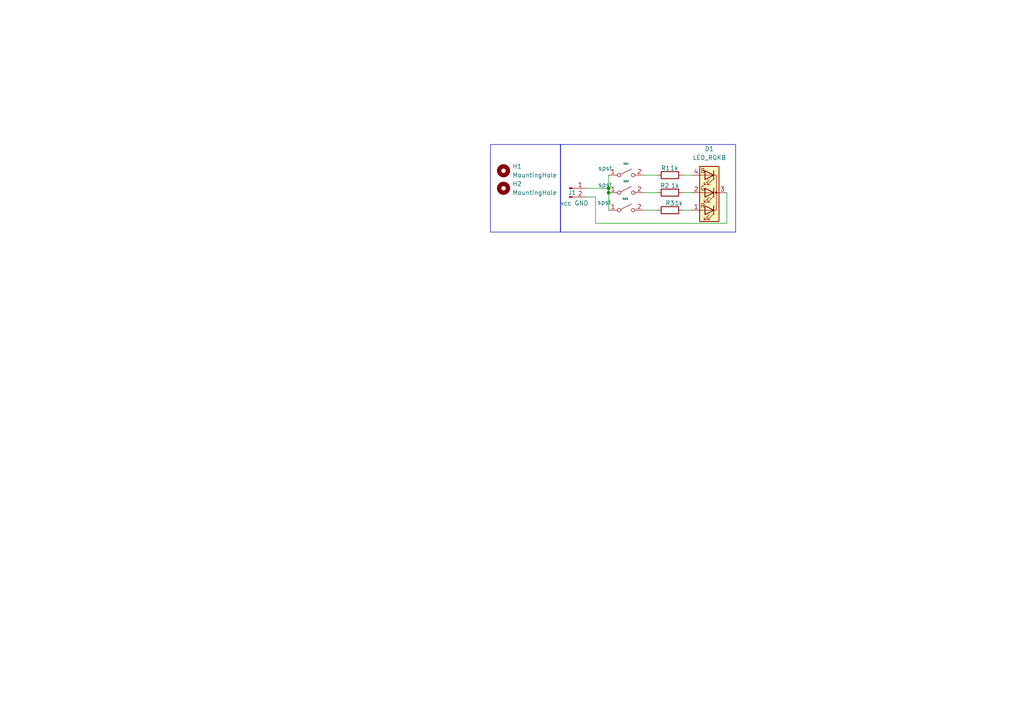
<source format=kicad_sch>
(kicad_sch
	(version 20231120)
	(generator "eeschema")
	(generator_version "8.0")
	(uuid "283c9fe6-948f-41dc-a5cc-b6fc45c92a19")
	(paper "A4")
	(lib_symbols
		(symbol "Connector:Conn_01x02_Pin"
			(pin_names
				(offset 1.016) hide)
			(exclude_from_sim no)
			(in_bom yes)
			(on_board yes)
			(property "Reference" "J"
				(at 0 2.54 0)
				(effects
					(font
						(size 1.27 1.27)
					)
				)
			)
			(property "Value" "Conn_01x02_Pin"
				(at 0 -5.08 0)
				(effects
					(font
						(size 1.27 1.27)
					)
				)
			)
			(property "Footprint" ""
				(at 0 0 0)
				(effects
					(font
						(size 1.27 1.27)
					)
					(hide yes)
				)
			)
			(property "Datasheet" "~"
				(at 0 0 0)
				(effects
					(font
						(size 1.27 1.27)
					)
					(hide yes)
				)
			)
			(property "Description" "Generic connector, single row, 01x02, script generated"
				(at 0 0 0)
				(effects
					(font
						(size 1.27 1.27)
					)
					(hide yes)
				)
			)
			(property "ki_locked" ""
				(at 0 0 0)
				(effects
					(font
						(size 1.27 1.27)
					)
				)
			)
			(property "ki_keywords" "connector"
				(at 0 0 0)
				(effects
					(font
						(size 1.27 1.27)
					)
					(hide yes)
				)
			)
			(property "ki_fp_filters" "Connector*:*_1x??_*"
				(at 0 0 0)
				(effects
					(font
						(size 1.27 1.27)
					)
					(hide yes)
				)
			)
			(symbol "Conn_01x02_Pin_1_1"
				(polyline
					(pts
						(xy 1.27 -2.54) (xy 0.8636 -2.54)
					)
					(stroke
						(width 0.1524)
						(type default)
					)
					(fill
						(type none)
					)
				)
				(polyline
					(pts
						(xy 1.27 0) (xy 0.8636 0)
					)
					(stroke
						(width 0.1524)
						(type default)
					)
					(fill
						(type none)
					)
				)
				(rectangle
					(start 0.8636 -2.413)
					(end 0 -2.667)
					(stroke
						(width 0.1524)
						(type default)
					)
					(fill
						(type outline)
					)
				)
				(rectangle
					(start 0.8636 0.127)
					(end 0 -0.127)
					(stroke
						(width 0.1524)
						(type default)
					)
					(fill
						(type outline)
					)
				)
				(pin passive line
					(at 5.08 0 180)
					(length 3.81)
					(name "Pin_1"
						(effects
							(font
								(size 1.27 1.27)
							)
						)
					)
					(number "1"
						(effects
							(font
								(size 1.27 1.27)
							)
						)
					)
				)
				(pin passive line
					(at 5.08 -2.54 180)
					(length 3.81)
					(name "Pin_2"
						(effects
							(font
								(size 1.27 1.27)
							)
						)
					)
					(number "2"
						(effects
							(font
								(size 1.27 1.27)
							)
						)
					)
				)
			)
		)
		(symbol "Device:LED_RGKB"
			(pin_names
				(offset 0) hide)
			(exclude_from_sim no)
			(in_bom yes)
			(on_board yes)
			(property "Reference" "D"
				(at 0 9.398 0)
				(effects
					(font
						(size 1.27 1.27)
					)
				)
			)
			(property "Value" "LED_RGKB"
				(at 0 -8.89 0)
				(effects
					(font
						(size 1.27 1.27)
					)
				)
			)
			(property "Footprint" ""
				(at 0 -1.27 0)
				(effects
					(font
						(size 1.27 1.27)
					)
					(hide yes)
				)
			)
			(property "Datasheet" "~"
				(at 0 -1.27 0)
				(effects
					(font
						(size 1.27 1.27)
					)
					(hide yes)
				)
			)
			(property "Description" "RGB LED, red/green/cathode/blue"
				(at 0 0 0)
				(effects
					(font
						(size 1.27 1.27)
					)
					(hide yes)
				)
			)
			(property "ki_keywords" "LED RGB diode"
				(at 0 0 0)
				(effects
					(font
						(size 1.27 1.27)
					)
					(hide yes)
				)
			)
			(property "ki_fp_filters" "LED* LED_SMD:* LED_THT:*"
				(at 0 0 0)
				(effects
					(font
						(size 1.27 1.27)
					)
					(hide yes)
				)
			)
			(symbol "LED_RGKB_0_0"
				(text "B"
					(at 1.905 -6.35 0)
					(effects
						(font
							(size 1.27 1.27)
						)
					)
				)
				(text "G"
					(at 1.905 -1.27 0)
					(effects
						(font
							(size 1.27 1.27)
						)
					)
				)
				(text "R"
					(at 1.905 3.81 0)
					(effects
						(font
							(size 1.27 1.27)
						)
					)
				)
			)
			(symbol "LED_RGKB_0_1"
				(circle
					(center -2.032 0)
					(radius 0.254)
					(stroke
						(width 0)
						(type default)
					)
					(fill
						(type outline)
					)
				)
				(polyline
					(pts
						(xy -1.27 -5.08) (xy 1.27 -5.08)
					)
					(stroke
						(width 0)
						(type default)
					)
					(fill
						(type none)
					)
				)
				(polyline
					(pts
						(xy -1.27 -3.81) (xy -1.27 -6.35)
					)
					(stroke
						(width 0.254)
						(type default)
					)
					(fill
						(type none)
					)
				)
				(polyline
					(pts
						(xy -1.27 0) (xy -2.54 0)
					)
					(stroke
						(width 0)
						(type default)
					)
					(fill
						(type none)
					)
				)
				(polyline
					(pts
						(xy -1.27 1.27) (xy -1.27 -1.27)
					)
					(stroke
						(width 0.254)
						(type default)
					)
					(fill
						(type none)
					)
				)
				(polyline
					(pts
						(xy -1.27 5.08) (xy 1.27 5.08)
					)
					(stroke
						(width 0)
						(type default)
					)
					(fill
						(type none)
					)
				)
				(polyline
					(pts
						(xy -1.27 6.35) (xy -1.27 3.81)
					)
					(stroke
						(width 0.254)
						(type default)
					)
					(fill
						(type none)
					)
				)
				(polyline
					(pts
						(xy 1.27 -5.08) (xy 2.54 -5.08)
					)
					(stroke
						(width 0)
						(type default)
					)
					(fill
						(type none)
					)
				)
				(polyline
					(pts
						(xy 1.27 0) (xy -1.27 0)
					)
					(stroke
						(width 0)
						(type default)
					)
					(fill
						(type none)
					)
				)
				(polyline
					(pts
						(xy 1.27 0) (xy 2.54 0)
					)
					(stroke
						(width 0)
						(type default)
					)
					(fill
						(type none)
					)
				)
				(polyline
					(pts
						(xy 1.27 5.08) (xy 2.54 5.08)
					)
					(stroke
						(width 0)
						(type default)
					)
					(fill
						(type none)
					)
				)
				(polyline
					(pts
						(xy -1.27 1.27) (xy -1.27 -1.27) (xy -1.27 -1.27)
					)
					(stroke
						(width 0)
						(type default)
					)
					(fill
						(type none)
					)
				)
				(polyline
					(pts
						(xy -1.27 6.35) (xy -1.27 3.81) (xy -1.27 3.81)
					)
					(stroke
						(width 0)
						(type default)
					)
					(fill
						(type none)
					)
				)
				(polyline
					(pts
						(xy -1.27 5.08) (xy -2.032 5.08) (xy -2.032 -5.08) (xy -1.016 -5.08)
					)
					(stroke
						(width 0)
						(type default)
					)
					(fill
						(type none)
					)
				)
				(polyline
					(pts
						(xy 1.27 -3.81) (xy 1.27 -6.35) (xy -1.27 -5.08) (xy 1.27 -3.81)
					)
					(stroke
						(width 0.254)
						(type default)
					)
					(fill
						(type none)
					)
				)
				(polyline
					(pts
						(xy 1.27 1.27) (xy 1.27 -1.27) (xy -1.27 0) (xy 1.27 1.27)
					)
					(stroke
						(width 0.254)
						(type default)
					)
					(fill
						(type none)
					)
				)
				(polyline
					(pts
						(xy 1.27 6.35) (xy 1.27 3.81) (xy -1.27 5.08) (xy 1.27 6.35)
					)
					(stroke
						(width 0.254)
						(type default)
					)
					(fill
						(type none)
					)
				)
				(polyline
					(pts
						(xy -1.016 -3.81) (xy 0.508 -2.286) (xy -0.254 -2.286) (xy 0.508 -2.286) (xy 0.508 -3.048)
					)
					(stroke
						(width 0)
						(type default)
					)
					(fill
						(type none)
					)
				)
				(polyline
					(pts
						(xy -1.016 1.27) (xy 0.508 2.794) (xy -0.254 2.794) (xy 0.508 2.794) (xy 0.508 2.032)
					)
					(stroke
						(width 0)
						(type default)
					)
					(fill
						(type none)
					)
				)
				(polyline
					(pts
						(xy -1.016 6.35) (xy 0.508 7.874) (xy -0.254 7.874) (xy 0.508 7.874) (xy 0.508 7.112)
					)
					(stroke
						(width 0)
						(type default)
					)
					(fill
						(type none)
					)
				)
				(polyline
					(pts
						(xy 0 -3.81) (xy 1.524 -2.286) (xy 0.762 -2.286) (xy 1.524 -2.286) (xy 1.524 -3.048)
					)
					(stroke
						(width 0)
						(type default)
					)
					(fill
						(type none)
					)
				)
				(polyline
					(pts
						(xy 0 1.27) (xy 1.524 2.794) (xy 0.762 2.794) (xy 1.524 2.794) (xy 1.524 2.032)
					)
					(stroke
						(width 0)
						(type default)
					)
					(fill
						(type none)
					)
				)
				(polyline
					(pts
						(xy 0 6.35) (xy 1.524 7.874) (xy 0.762 7.874) (xy 1.524 7.874) (xy 1.524 7.112)
					)
					(stroke
						(width 0)
						(type default)
					)
					(fill
						(type none)
					)
				)
				(rectangle
					(start 1.27 -1.27)
					(end 1.27 1.27)
					(stroke
						(width 0)
						(type default)
					)
					(fill
						(type none)
					)
				)
				(rectangle
					(start 1.27 1.27)
					(end 1.27 1.27)
					(stroke
						(width 0)
						(type default)
					)
					(fill
						(type none)
					)
				)
				(rectangle
					(start 1.27 3.81)
					(end 1.27 6.35)
					(stroke
						(width 0)
						(type default)
					)
					(fill
						(type none)
					)
				)
				(rectangle
					(start 1.27 6.35)
					(end 1.27 6.35)
					(stroke
						(width 0)
						(type default)
					)
					(fill
						(type none)
					)
				)
				(rectangle
					(start 2.794 8.382)
					(end -2.794 -7.62)
					(stroke
						(width 0.254)
						(type default)
					)
					(fill
						(type background)
					)
				)
			)
			(symbol "LED_RGKB_1_1"
				(pin passive line
					(at 5.08 5.08 180)
					(length 2.54)
					(name "RA"
						(effects
							(font
								(size 1.27 1.27)
							)
						)
					)
					(number "1"
						(effects
							(font
								(size 1.27 1.27)
							)
						)
					)
				)
				(pin passive line
					(at 5.08 0 180)
					(length 2.54)
					(name "GA"
						(effects
							(font
								(size 1.27 1.27)
							)
						)
					)
					(number "2"
						(effects
							(font
								(size 1.27 1.27)
							)
						)
					)
				)
				(pin passive line
					(at -5.08 0 0)
					(length 2.54)
					(name "K"
						(effects
							(font
								(size 1.27 1.27)
							)
						)
					)
					(number "3"
						(effects
							(font
								(size 1.27 1.27)
							)
						)
					)
				)
				(pin passive line
					(at 5.08 -5.08 180)
					(length 2.54)
					(name "BA"
						(effects
							(font
								(size 1.27 1.27)
							)
						)
					)
					(number "4"
						(effects
							(font
								(size 1.27 1.27)
							)
						)
					)
				)
			)
		)
		(symbol "Device:R"
			(pin_numbers hide)
			(pin_names
				(offset 0)
			)
			(exclude_from_sim no)
			(in_bom yes)
			(on_board yes)
			(property "Reference" "R"
				(at 2.032 0 90)
				(effects
					(font
						(size 1.27 1.27)
					)
				)
			)
			(property "Value" "R"
				(at 0 0 90)
				(effects
					(font
						(size 1.27 1.27)
					)
				)
			)
			(property "Footprint" ""
				(at -1.778 0 90)
				(effects
					(font
						(size 1.27 1.27)
					)
					(hide yes)
				)
			)
			(property "Datasheet" "~"
				(at 0 0 0)
				(effects
					(font
						(size 1.27 1.27)
					)
					(hide yes)
				)
			)
			(property "Description" "Resistor"
				(at 0 0 0)
				(effects
					(font
						(size 1.27 1.27)
					)
					(hide yes)
				)
			)
			(property "ki_keywords" "R res resistor"
				(at 0 0 0)
				(effects
					(font
						(size 1.27 1.27)
					)
					(hide yes)
				)
			)
			(property "ki_fp_filters" "R_*"
				(at 0 0 0)
				(effects
					(font
						(size 1.27 1.27)
					)
					(hide yes)
				)
			)
			(symbol "R_0_1"
				(rectangle
					(start -1.016 -2.54)
					(end 1.016 2.54)
					(stroke
						(width 0.254)
						(type default)
					)
					(fill
						(type none)
					)
				)
			)
			(symbol "R_1_1"
				(pin passive line
					(at 0 3.81 270)
					(length 1.27)
					(name "~"
						(effects
							(font
								(size 1.27 1.27)
							)
						)
					)
					(number "1"
						(effects
							(font
								(size 1.27 1.27)
							)
						)
					)
				)
				(pin passive line
					(at 0 -3.81 90)
					(length 1.27)
					(name "~"
						(effects
							(font
								(size 1.27 1.27)
							)
						)
					)
					(number "2"
						(effects
							(font
								(size 1.27 1.27)
							)
						)
					)
				)
			)
		)
		(symbol "Mechanical:MountingHole"
			(pin_names
				(offset 1.016)
			)
			(exclude_from_sim no)
			(in_bom yes)
			(on_board yes)
			(property "Reference" "H"
				(at 0 5.08 0)
				(effects
					(font
						(size 1.27 1.27)
					)
				)
			)
			(property "Value" "MountingHole"
				(at 0 3.175 0)
				(effects
					(font
						(size 1.27 1.27)
					)
				)
			)
			(property "Footprint" ""
				(at 0 0 0)
				(effects
					(font
						(size 1.27 1.27)
					)
					(hide yes)
				)
			)
			(property "Datasheet" "~"
				(at 0 0 0)
				(effects
					(font
						(size 1.27 1.27)
					)
					(hide yes)
				)
			)
			(property "Description" "Mounting Hole without connection"
				(at 0 0 0)
				(effects
					(font
						(size 1.27 1.27)
					)
					(hide yes)
				)
			)
			(property "ki_keywords" "mounting hole"
				(at 0 0 0)
				(effects
					(font
						(size 1.27 1.27)
					)
					(hide yes)
				)
			)
			(property "ki_fp_filters" "MountingHole*"
				(at 0 0 0)
				(effects
					(font
						(size 1.27 1.27)
					)
					(hide yes)
				)
			)
			(symbol "MountingHole_0_1"
				(circle
					(center 0 0)
					(radius 1.27)
					(stroke
						(width 1.27)
						(type default)
					)
					(fill
						(type none)
					)
				)
			)
		)
		(symbol "Switch:SW_SPST"
			(pin_names
				(offset 0) hide)
			(exclude_from_sim no)
			(in_bom yes)
			(on_board yes)
			(property "Reference" "SW"
				(at 0 3.175 0)
				(effects
					(font
						(size 1.27 1.27)
					)
				)
			)
			(property "Value" "SW_SPST"
				(at 0 -2.54 0)
				(effects
					(font
						(size 1.27 1.27)
					)
				)
			)
			(property "Footprint" ""
				(at 0 0 0)
				(effects
					(font
						(size 1.27 1.27)
					)
					(hide yes)
				)
			)
			(property "Datasheet" "~"
				(at 0 0 0)
				(effects
					(font
						(size 1.27 1.27)
					)
					(hide yes)
				)
			)
			(property "Description" "Single Pole Single Throw (SPST) switch"
				(at 0 0 0)
				(effects
					(font
						(size 1.27 1.27)
					)
					(hide yes)
				)
			)
			(property "ki_keywords" "switch lever"
				(at 0 0 0)
				(effects
					(font
						(size 1.27 1.27)
					)
					(hide yes)
				)
			)
			(symbol "SW_SPST_0_0"
				(circle
					(center -2.032 0)
					(radius 0.508)
					(stroke
						(width 0)
						(type default)
					)
					(fill
						(type none)
					)
				)
				(polyline
					(pts
						(xy -1.524 0.254) (xy 1.524 1.778)
					)
					(stroke
						(width 0)
						(type default)
					)
					(fill
						(type none)
					)
				)
				(circle
					(center 2.032 0)
					(radius 0.508)
					(stroke
						(width 0)
						(type default)
					)
					(fill
						(type none)
					)
				)
			)
			(symbol "SW_SPST_1_1"
				(pin passive line
					(at -5.08 0 0)
					(length 2.54)
					(name "A"
						(effects
							(font
								(size 1.27 1.27)
							)
						)
					)
					(number "1"
						(effects
							(font
								(size 1.27 1.27)
							)
						)
					)
				)
				(pin passive line
					(at 5.08 0 180)
					(length 2.54)
					(name "B"
						(effects
							(font
								(size 1.27 1.27)
							)
						)
					)
					(number "2"
						(effects
							(font
								(size 1.27 1.27)
							)
						)
					)
				)
			)
		)
	)
	(junction
		(at 176.53 55.88)
		(diameter 0)
		(color 0 0 0 0)
		(uuid "1000098c-94fd-46ab-bd95-38c57c98e93e")
	)
	(junction
		(at 176.53 54.61)
		(diameter 0)
		(color 0 0 0 0)
		(uuid "37d2985f-e6b0-4cd3-b723-c2cab4afccc6")
	)
	(wire
		(pts
			(xy 176.53 55.88) (xy 176.53 60.96)
		)
		(stroke
			(width 0)
			(type default)
		)
		(uuid "060979e9-6223-4ecc-9111-ea36bba1b567")
	)
	(wire
		(pts
			(xy 170.18 54.61) (xy 176.53 54.61)
		)
		(stroke
			(width 0)
			(type default)
		)
		(uuid "28486cbc-d9ab-4ed0-aff3-019f0999bff5")
	)
	(wire
		(pts
			(xy 186.69 55.88) (xy 190.5 55.88)
		)
		(stroke
			(width 0)
			(type default)
		)
		(uuid "3b01ae4e-1890-4dd3-a56d-684f0b24d905")
	)
	(wire
		(pts
			(xy 210.82 64.77) (xy 210.82 55.88)
		)
		(stroke
			(width 0)
			(type default)
		)
		(uuid "3fae668f-8d45-4282-a342-662cd3124185")
	)
	(wire
		(pts
			(xy 198.12 55.88) (xy 200.66 55.88)
		)
		(stroke
			(width 0)
			(type default)
		)
		(uuid "40090b31-f99a-4d0b-9f52-1d072bc4a016")
	)
	(wire
		(pts
			(xy 176.53 54.61) (xy 176.53 55.88)
		)
		(stroke
			(width 0)
			(type default)
		)
		(uuid "6276e907-4a6b-4ae7-9132-1069360ed790")
	)
	(wire
		(pts
			(xy 170.18 57.15) (xy 172.72 57.15)
		)
		(stroke
			(width 0)
			(type default)
		)
		(uuid "644eae4a-b74b-4f0e-9b69-7b05ce6e68db")
	)
	(wire
		(pts
			(xy 186.69 60.96) (xy 190.5 60.96)
		)
		(stroke
			(width 0)
			(type default)
		)
		(uuid "8aed0705-eaff-4a2d-bab3-114456de9dc0")
	)
	(wire
		(pts
			(xy 172.72 57.15) (xy 172.72 64.77)
		)
		(stroke
			(width 0)
			(type default)
		)
		(uuid "96402e77-1f9f-4f53-9fe8-6930fac78032")
	)
	(wire
		(pts
			(xy 186.69 50.8) (xy 190.5 50.8)
		)
		(stroke
			(width 0)
			(type default)
		)
		(uuid "cc2c6de3-918c-49ab-9f30-c375b9168b83")
	)
	(wire
		(pts
			(xy 198.12 50.8) (xy 200.66 50.8)
		)
		(stroke
			(width 0)
			(type default)
		)
		(uuid "cfc616e7-78b5-4819-81e0-01552bcee3e7")
	)
	(wire
		(pts
			(xy 172.72 64.77) (xy 210.82 64.77)
		)
		(stroke
			(width 0)
			(type default)
		)
		(uuid "e4357405-d9b8-40eb-b6ec-8f9ce6e397ab")
	)
	(wire
		(pts
			(xy 176.53 50.8) (xy 176.53 54.61)
		)
		(stroke
			(width 0)
			(type default)
		)
		(uuid "eb8236a6-f5b0-4abc-862b-d609acaa85d3")
	)
	(wire
		(pts
			(xy 198.12 60.96) (xy 200.66 60.96)
		)
		(stroke
			(width 0)
			(type default)
		)
		(uuid "eefb14a8-533e-4879-b170-93e5a8444284")
	)
	(rectangle
		(start 162.56 41.91)
		(end 213.36 67.31)
		(stroke
			(width 0)
			(type default)
		)
		(fill
			(type none)
		)
		(uuid 1374f30f-be88-4c5c-9c3b-98b80c058bf1)
	)
	(rectangle
		(start 179.07 50.8)
		(end 179.07 50.8)
		(stroke
			(width 0)
			(type default)
		)
		(fill
			(type none)
		)
		(uuid 42d0a7df-f79f-42e5-8f63-8fe9eecedd83)
	)
	(rectangle
		(start 142.24 41.91)
		(end 162.56 67.31)
		(stroke
			(width 0)
			(type default)
		)
		(fill
			(type none)
		)
		(uuid 714b4e1d-7054-4ad9-95ee-b55599191d14)
	)
	(symbol
		(lib_id "Mechanical:MountingHole")
		(at 146.05 54.61 0)
		(unit 1)
		(exclude_from_sim no)
		(in_bom yes)
		(on_board yes)
		(dnp no)
		(fields_autoplaced yes)
		(uuid "39de4370-a36d-44f6-82cf-4b17cfd05390")
		(property "Reference" "H2"
			(at 148.59 53.3399 0)
			(effects
				(font
					(size 1.27 1.27)
				)
				(justify left)
			)
		)
		(property "Value" "MountingHole"
			(at 148.59 55.8799 0)
			(effects
				(font
					(size 1.27 1.27)
				)
				(justify left)
			)
		)
		(property "Footprint" "MountingHole:MountingHole_2.1mm"
			(at 146.05 54.61 0)
			(effects
				(font
					(size 1.27 1.27)
				)
				(hide yes)
			)
		)
		(property "Datasheet" "~"
			(at 146.05 54.61 0)
			(effects
				(font
					(size 1.27 1.27)
				)
				(hide yes)
			)
		)
		(property "Description" "Mounting Hole without connection"
			(at 146.05 54.61 0)
			(effects
				(font
					(size 1.27 1.27)
				)
				(hide yes)
			)
		)
		(instances
			(project "RGB"
				(path "/283c9fe6-948f-41dc-a5cc-b6fc45c92a19"
					(reference "H2")
					(unit 1)
				)
			)
		)
	)
	(symbol
		(lib_id "Mechanical:MountingHole")
		(at 146.05 49.53 0)
		(unit 1)
		(exclude_from_sim no)
		(in_bom yes)
		(on_board yes)
		(dnp no)
		(fields_autoplaced yes)
		(uuid "499ba1e2-b692-47a9-9141-bab6ac70e634")
		(property "Reference" "H1"
			(at 148.59 48.2599 0)
			(effects
				(font
					(size 1.27 1.27)
				)
				(justify left)
			)
		)
		(property "Value" "MountingHole"
			(at 148.59 50.7999 0)
			(effects
				(font
					(size 1.27 1.27)
				)
				(justify left)
			)
		)
		(property "Footprint" "MountingHole:MountingHole_2.1mm"
			(at 146.05 49.53 0)
			(effects
				(font
					(size 1.27 1.27)
				)
				(hide yes)
			)
		)
		(property "Datasheet" "~"
			(at 146.05 49.53 0)
			(effects
				(font
					(size 1.27 1.27)
				)
				(hide yes)
			)
		)
		(property "Description" "Mounting Hole without connection"
			(at 146.05 49.53 0)
			(effects
				(font
					(size 1.27 1.27)
				)
				(hide yes)
			)
		)
		(instances
			(project "RGB"
				(path "/283c9fe6-948f-41dc-a5cc-b6fc45c92a19"
					(reference "H1")
					(unit 1)
				)
			)
		)
	)
	(symbol
		(lib_id "Device:R")
		(at 194.31 55.88 90)
		(unit 1)
		(exclude_from_sim no)
		(in_bom yes)
		(on_board yes)
		(dnp no)
		(uuid "5afe1ba2-69bc-4447-a714-809cfe9182c0")
		(property "Reference" "R2"
			(at 192.786 53.848 90)
			(effects
				(font
					(size 1.27 1.27)
				)
			)
		)
		(property "Value" "1k"
			(at 195.834 53.848 90)
			(effects
				(font
					(size 1.27 1.27)
				)
			)
		)
		(property "Footprint" "Resistor_SMD:R_0805_2012Metric"
			(at 194.31 57.658 90)
			(effects
				(font
					(size 1.27 1.27)
				)
				(hide yes)
			)
		)
		(property "Datasheet" "~"
			(at 194.31 55.88 0)
			(effects
				(font
					(size 1.27 1.27)
				)
				(hide yes)
			)
		)
		(property "Description" "Resistor"
			(at 194.31 55.88 0)
			(effects
				(font
					(size 1.27 1.27)
				)
				(hide yes)
			)
		)
		(pin "2"
			(uuid "c9e63b72-735f-47e3-b284-d0c40eab6f1c")
		)
		(pin "1"
			(uuid "33e69acc-d27e-48fd-9fc0-2e0dde66502f")
		)
		(instances
			(project "RGB"
				(path "/283c9fe6-948f-41dc-a5cc-b6fc45c92a19"
					(reference "R2")
					(unit 1)
				)
			)
		)
	)
	(symbol
		(lib_id "Device:R")
		(at 194.31 50.8 90)
		(unit 1)
		(exclude_from_sim no)
		(in_bom yes)
		(on_board yes)
		(dnp no)
		(uuid "67a9418e-fdbc-42b4-9913-c19ca167dbee")
		(property "Reference" "R1"
			(at 193.04 48.768 90)
			(effects
				(font
					(size 1.27 1.27)
				)
			)
		)
		(property "Value" "1k"
			(at 195.58 48.768 90)
			(effects
				(font
					(size 1.27 1.27)
				)
			)
		)
		(property "Footprint" "Resistor_SMD:R_0805_2012Metric"
			(at 194.31 52.578 90)
			(effects
				(font
					(size 1.27 1.27)
				)
				(hide yes)
			)
		)
		(property "Datasheet" "~"
			(at 194.31 50.8 0)
			(effects
				(font
					(size 1.27 1.27)
				)
				(hide yes)
			)
		)
		(property "Description" "Resistor"
			(at 194.31 50.8 0)
			(effects
				(font
					(size 1.27 1.27)
				)
				(hide yes)
			)
		)
		(pin "2"
			(uuid "13b61bbb-39cd-49a1-a612-f6b5fd19e932")
		)
		(pin "1"
			(uuid "b336bddb-7d5d-4154-a83a-a38c4ec34e56")
		)
		(instances
			(project "RGB"
				(path "/283c9fe6-948f-41dc-a5cc-b6fc45c92a19"
					(reference "R1")
					(unit 1)
				)
			)
		)
	)
	(symbol
		(lib_id "Device:LED_RGKB")
		(at 205.74 55.88 180)
		(unit 1)
		(exclude_from_sim no)
		(in_bom yes)
		(on_board yes)
		(dnp no)
		(fields_autoplaced yes)
		(uuid "6cf2a4b8-c67d-4249-ac51-84fa6736ea9f")
		(property "Reference" "D1"
			(at 205.74 43.18 0)
			(effects
				(font
					(size 1.27 1.27)
				)
			)
		)
		(property "Value" "LED_RGKB"
			(at 205.74 45.72 0)
			(effects
				(font
					(size 1.27 1.27)
				)
			)
		)
		(property "Footprint" "LED_SMD:LED_Kingbright_APFA3010_3x1.5mm_Horizontal"
			(at 205.74 54.61 0)
			(effects
				(font
					(size 1.27 1.27)
				)
				(hide yes)
			)
		)
		(property "Datasheet" "~"
			(at 205.74 54.61 0)
			(effects
				(font
					(size 1.27 1.27)
				)
				(hide yes)
			)
		)
		(property "Description" "RGB LED, red/green/cathode/blue"
			(at 205.74 55.88 0)
			(effects
				(font
					(size 1.27 1.27)
				)
				(hide yes)
			)
		)
		(pin "4"
			(uuid "d65986f7-5a36-4a81-b3b0-90042fa8f1ca")
		)
		(pin "2"
			(uuid "32a56b11-c2a4-4f8b-86f6-487ea39de04d")
		)
		(pin "1"
			(uuid "656b399e-1159-4391-af0e-abaad83d3f98")
		)
		(pin "3"
			(uuid "8ef330e3-243a-4147-9e2e-041c92f53aae")
		)
		(instances
			(project "RGB"
				(path "/283c9fe6-948f-41dc-a5cc-b6fc45c92a19"
					(reference "D1")
					(unit 1)
				)
			)
		)
	)
	(symbol
		(lib_id "Switch:SW_SPST")
		(at 181.61 60.96 0)
		(unit 1)
		(exclude_from_sim no)
		(in_bom yes)
		(on_board yes)
		(dnp no)
		(uuid "8c4ff3b0-469a-467f-8ff5-9edc5e248a21")
		(property "Reference" "SW3"
			(at 181.356 57.658 0)
			(effects
				(font
					(size 0.508 0.508)
				)
			)
		)
		(property "Value" "spst"
			(at 175.26 58.674 0)
			(effects
				(font
					(size 1.27 1.27)
				)
			)
		)
		(property "Footprint" "Button_Switch_SMD:SW_SPDT_PCM12"
			(at 181.61 60.96 0)
			(effects
				(font
					(size 1.27 1.27)
				)
				(hide yes)
			)
		)
		(property "Datasheet" "~"
			(at 181.61 60.96 0)
			(effects
				(font
					(size 1.27 1.27)
				)
				(hide yes)
			)
		)
		(property "Description" "Single Pole Single Throw (SPST) switch"
			(at 181.61 60.96 0)
			(effects
				(font
					(size 1.27 1.27)
				)
				(hide yes)
			)
		)
		(pin "2"
			(uuid "98487ead-db8c-47f9-a527-9489f2ab6de6")
		)
		(pin "1"
			(uuid "22db4ab4-5ffa-443f-982c-e361f820e94f")
		)
		(instances
			(project "RGB"
				(path "/283c9fe6-948f-41dc-a5cc-b6fc45c92a19"
					(reference "SW3")
					(unit 1)
				)
			)
		)
	)
	(symbol
		(lib_id "Connector:Conn_01x02_Pin")
		(at 165.1 54.61 0)
		(unit 1)
		(exclude_from_sim no)
		(in_bom yes)
		(on_board yes)
		(dnp no)
		(uuid "8f6a4dfa-3142-4fb6-9b9a-fcb328540da0")
		(property "Reference" "J1"
			(at 167.132 55.88 0)
			(effects
				(font
					(size 1.27 1.27)
				)
				(justify right)
			)
		)
		(property "Value" "vcc GND"
			(at 170.688 58.928 0)
			(effects
				(font
					(size 1.27 1.27)
				)
				(justify right)
			)
		)
		(property "Footprint" "Connector_PinHeader_1.00mm:PinHeader_1x02_P1.00mm_Horizontal"
			(at 165.1 54.61 0)
			(effects
				(font
					(size 1.27 1.27)
				)
				(hide yes)
			)
		)
		(property "Datasheet" "~"
			(at 165.1 54.61 0)
			(effects
				(font
					(size 1.27 1.27)
				)
				(hide yes)
			)
		)
		(property "Description" "Generic connector, single row, 01x02, script generated"
			(at 165.1 54.61 0)
			(effects
				(font
					(size 1.27 1.27)
				)
				(hide yes)
			)
		)
		(pin "2"
			(uuid "f4dba0a5-ecad-457f-94b8-2387f1974f90")
		)
		(pin "1"
			(uuid "85437a52-5a0d-4813-83f0-b03966cbbe07")
		)
		(instances
			(project "RGB"
				(path "/283c9fe6-948f-41dc-a5cc-b6fc45c92a19"
					(reference "J1")
					(unit 1)
				)
			)
		)
	)
	(symbol
		(lib_id "Switch:SW_SPST")
		(at 181.61 50.8 0)
		(unit 1)
		(exclude_from_sim no)
		(in_bom yes)
		(on_board yes)
		(dnp no)
		(uuid "d4ba596e-2322-4516-b998-5c42fa7550a1")
		(property "Reference" "SW1"
			(at 181.61 47.498 0)
			(effects
				(font
					(size 0.508 0.508)
				)
			)
		)
		(property "Value" "spst"
			(at 175.514 48.768 0)
			(effects
				(font
					(size 1.27 1.27)
				)
			)
		)
		(property "Footprint" "Button_Switch_SMD:SW_SPDT_PCM12"
			(at 181.61 50.8 0)
			(effects
				(font
					(size 1.27 1.27)
				)
				(hide yes)
			)
		)
		(property "Datasheet" "~"
			(at 181.61 50.8 0)
			(effects
				(font
					(size 1.27 1.27)
				)
				(hide yes)
			)
		)
		(property "Description" "Single Pole Single Throw (SPST) switch"
			(at 181.61 50.8 0)
			(effects
				(font
					(size 1.27 1.27)
				)
				(hide yes)
			)
		)
		(pin "2"
			(uuid "bb810617-47a2-4b41-8aff-571216fff7b5")
		)
		(pin "1"
			(uuid "8acc0fcf-80c9-47d2-81de-b5724578490a")
		)
		(instances
			(project "RGB"
				(path "/283c9fe6-948f-41dc-a5cc-b6fc45c92a19"
					(reference "SW1")
					(unit 1)
				)
			)
		)
	)
	(symbol
		(lib_id "Switch:SW_SPST")
		(at 181.61 55.88 0)
		(unit 1)
		(exclude_from_sim no)
		(in_bom yes)
		(on_board yes)
		(dnp no)
		(uuid "e89f8a66-708d-4cae-bb38-00c3c663a1d4")
		(property "Reference" "SW2"
			(at 181.61 52.578 0)
			(effects
				(font
					(size 0.508 0.508)
				)
			)
		)
		(property "Value" "spst"
			(at 175.514 53.594 0)
			(effects
				(font
					(size 1.27 1.27)
				)
			)
		)
		(property "Footprint" "Button_Switch_SMD:SW_SPDT_PCM12"
			(at 181.61 55.88 0)
			(effects
				(font
					(size 1.27 1.27)
				)
				(hide yes)
			)
		)
		(property "Datasheet" "~"
			(at 181.61 55.88 0)
			(effects
				(font
					(size 1.27 1.27)
				)
				(hide yes)
			)
		)
		(property "Description" "Single Pole Single Throw (SPST) switch"
			(at 181.61 55.88 0)
			(effects
				(font
					(size 1.27 1.27)
				)
				(hide yes)
			)
		)
		(pin "2"
			(uuid "23757c8b-b69a-4ad5-9e0f-503eb7926c6c")
		)
		(pin "1"
			(uuid "33c61348-047c-4a8d-9189-b44b0486f392")
		)
		(instances
			(project "RGB"
				(path "/283c9fe6-948f-41dc-a5cc-b6fc45c92a19"
					(reference "SW2")
					(unit 1)
				)
			)
		)
	)
	(symbol
		(lib_id "Device:R")
		(at 194.31 60.96 90)
		(unit 1)
		(exclude_from_sim no)
		(in_bom yes)
		(on_board yes)
		(dnp no)
		(uuid "f913735f-1222-4ba0-9dbe-a19f670c9e73")
		(property "Reference" "R3"
			(at 194.31 58.928 90)
			(effects
				(font
					(size 1.27 1.27)
				)
			)
		)
		(property "Value" "1k"
			(at 196.85 58.928 90)
			(effects
				(font
					(size 1.27 1.27)
				)
			)
		)
		(property "Footprint" "Resistor_SMD:R_0805_2012Metric"
			(at 194.31 62.738 90)
			(effects
				(font
					(size 1.27 1.27)
				)
				(hide yes)
			)
		)
		(property "Datasheet" "~"
			(at 194.31 60.96 0)
			(effects
				(font
					(size 1.27 1.27)
				)
				(hide yes)
			)
		)
		(property "Description" "Resistor"
			(at 194.31 60.96 0)
			(effects
				(font
					(size 1.27 1.27)
				)
				(hide yes)
			)
		)
		(pin "2"
			(uuid "91728cf6-b87d-43ba-8cf3-1e9c2ce21a9f")
		)
		(pin "1"
			(uuid "774b5e0a-17c6-455f-974e-833973ba99e7")
		)
		(instances
			(project "RGB"
				(path "/283c9fe6-948f-41dc-a5cc-b6fc45c92a19"
					(reference "R3")
					(unit 1)
				)
			)
		)
	)
	(sheet_instances
		(path "/"
			(page "1")
		)
	)
)
</source>
